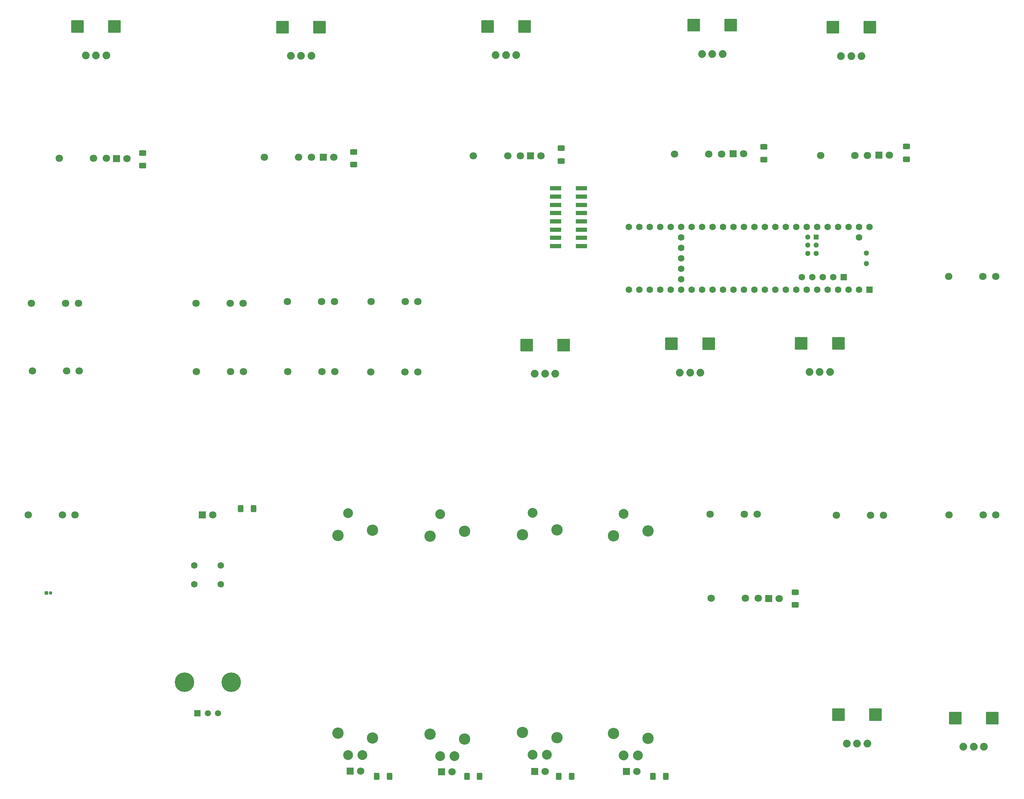
<source format=gbr>
%TF.GenerationSoftware,KiCad,Pcbnew,7.0.2-0*%
%TF.CreationDate,2023-11-13T20:51:25-05:00*%
%TF.ProjectId,Bridge System On Ramp,42726964-6765-4205-9379-7374656d204f,rev?*%
%TF.SameCoordinates,Original*%
%TF.FileFunction,Soldermask,Bot*%
%TF.FilePolarity,Negative*%
%FSLAX46Y46*%
G04 Gerber Fmt 4.6, Leading zero omitted, Abs format (unit mm)*
G04 Created by KiCad (PCBNEW 7.0.2-0) date 2023-11-13 20:51:25*
%MOMM*%
%LPD*%
G01*
G04 APERTURE LIST*
G04 Aperture macros list*
%AMRoundRect*
0 Rectangle with rounded corners*
0 $1 Rounding radius*
0 $2 $3 $4 $5 $6 $7 $8 $9 X,Y pos of 4 corners*
0 Add a 4 corners polygon primitive as box body*
4,1,4,$2,$3,$4,$5,$6,$7,$8,$9,$2,$3,0*
0 Add four circle primitives for the rounded corners*
1,1,$1+$1,$2,$3*
1,1,$1+$1,$4,$5*
1,1,$1+$1,$6,$7*
1,1,$1+$1,$8,$9*
0 Add four rect primitives between the rounded corners*
20,1,$1+$1,$2,$3,$4,$5,0*
20,1,$1+$1,$4,$5,$6,$7,0*
20,1,$1+$1,$6,$7,$8,$9,0*
20,1,$1+$1,$8,$9,$2,$3,0*%
G04 Aperture macros list end*
%ADD10C,1.879600*%
%ADD11RoundRect,0.101600X-1.400000X1.400000X-1.400000X-1.400000X1.400000X-1.400000X1.400000X1.400000X0*%
%ADD12R,1.800000X1.800000*%
%ADD13C,1.800000*%
%ADD14C,2.387600*%
%ADD15C,2.743200*%
%ADD16R,1.500000X1.500000*%
%ADD17C,1.500000*%
%ADD18C,4.740000*%
%ADD19R,0.850000X0.850000*%
%ADD20O,0.850000X0.850000*%
%ADD21C,1.600000*%
%ADD22RoundRect,0.250000X0.625000X-0.400000X0.625000X0.400000X-0.625000X0.400000X-0.625000X-0.400000X0*%
%ADD23RoundRect,0.250000X-0.400000X-0.625000X0.400000X-0.625000X0.400000X0.625000X-0.400000X0.625000X0*%
%ADD24RoundRect,0.250000X-0.625000X0.400000X-0.625000X-0.400000X0.625000X-0.400000X0.625000X0.400000X0*%
%ADD25R,1.600000X1.600000*%
%ADD26R,1.300000X1.300000*%
%ADD27C,1.300000*%
%ADD28R,2.750000X1.000000*%
G04 APERTURE END LIST*
D10*
%TO.C,LFOAmount1*%
X182224100Y-56760600D03*
X184724100Y-56760600D03*
X187224100Y-56760600D03*
D11*
X189224100Y-49760600D03*
X180224100Y-49760600D03*
%TD*%
D12*
%TO.C,LED_AttackIN1*%
X163701300Y-3687000D03*
D13*
X166241300Y-3687000D03*
%TD*%
D12*
%TO.C,LED_ShaperIN1*%
X64249200Y-4575200D03*
D13*
X66789200Y-4575200D03*
%TD*%
D12*
%TO.C,LED_SeqIN1*%
X172318700Y-111733400D03*
D13*
X174858700Y-111733400D03*
%TD*%
%TO.C,Mult_B_3*%
X87119700Y-56734500D03*
X84019700Y-56734500D03*
X75719700Y-56734500D03*
%TD*%
D10*
%TO.C,Shaper1*%
X56292300Y20054400D03*
X58792300Y20054400D03*
X61292300Y20054400D03*
D11*
X63292300Y27054400D03*
X54292300Y27054400D03*
%TD*%
D14*
%TO.C,TM4*%
X114969300Y-149644600D03*
X114969300Y-90904600D03*
D15*
X112519300Y-144294600D03*
X112519300Y-96254600D03*
X120919300Y-145494600D03*
X120919300Y-95054600D03*
D14*
X118469300Y-149644600D03*
%TD*%
D12*
%TO.C,Seq4LED1*%
X137758400Y-153737900D03*
D13*
X140298400Y-153737900D03*
%TD*%
%TO.C,Mult_A_1*%
X44716700Y-40017900D03*
X41616700Y-40017900D03*
X33316700Y-40017900D03*
%TD*%
D10*
%TO.C,Filter1*%
X106065800Y20213400D03*
X108565800Y20213400D03*
X111065800Y20213400D03*
D11*
X113065800Y27213400D03*
X104065800Y27213400D03*
%TD*%
D13*
%TO.C,Attack IN1*%
X160857500Y-3828200D03*
X157757500Y-3828200D03*
X149457500Y-3828200D03*
%TD*%
D14*
%TO.C,TM5*%
X137070000Y-149877100D03*
X137070000Y-91137100D03*
D15*
X134620000Y-144527100D03*
X134620000Y-96487100D03*
X143020000Y-145727100D03*
X143020000Y-95287100D03*
D14*
X140570000Y-149877100D03*
%TD*%
D13*
%TO.C,Mult_A_2*%
X66896700Y-39610200D03*
X63796700Y-39610200D03*
X55496700Y-39610200D03*
%TD*%
D14*
%TO.C,TM3*%
X92552500Y-150007700D03*
X92552500Y-91267700D03*
D15*
X90102500Y-144657700D03*
X90102500Y-96617700D03*
X98502500Y-145857700D03*
X98502500Y-95417700D03*
D14*
X96052500Y-150007700D03*
%TD*%
D12*
%TO.C,Seq2LED1*%
X92885000Y-153813900D03*
D13*
X95425000Y-153813900D03*
%TD*%
%TO.C,Output2*%
X227460000Y-91440000D03*
X224360000Y-91440000D03*
X216060000Y-91440000D03*
%TD*%
D10*
%TO.C,out1*%
X191271200Y-146983300D03*
X193771200Y-146983300D03*
X196271200Y-146983300D03*
D11*
X198271200Y-139983300D03*
X189271200Y-139983300D03*
%TD*%
D13*
%TO.C,Mult_A_3*%
X87189400Y-39632100D03*
X84089400Y-39632100D03*
X75789400Y-39632100D03*
%TD*%
%TO.C,seqIN1*%
X169775300Y-111677200D03*
X166675300Y-111677200D03*
X158375300Y-111677200D03*
%TD*%
%TO.C,LFO Out1*%
X227443200Y-33498800D03*
X224343200Y-33498800D03*
X216043200Y-33498800D03*
%TD*%
D12*
%TO.C,LED_DecayIN1*%
X199114300Y-4066700D03*
D13*
X201654300Y-4066700D03*
%TD*%
D10*
%TO.C,EnvDecay1*%
X189883400Y20021800D03*
X192383400Y20021800D03*
X194883400Y20021800D03*
D11*
X196883400Y27021800D03*
X187883400Y27021800D03*
%TD*%
D12*
%TO.C,Seq1LED1*%
X70717000Y-153647800D03*
D13*
X73257000Y-153647800D03*
%TD*%
%TO.C,Output1*%
X200143400Y-91504000D03*
X197043400Y-91504000D03*
X188743400Y-91504000D03*
%TD*%
D12*
%TO.C,Seq3LED1*%
X115495500Y-153737900D03*
D13*
X118035500Y-153737900D03*
%TD*%
%TO.C,Trig OUT1*%
X3940000Y-91440000D03*
X840000Y-91440000D03*
X-7460000Y-91440000D03*
%TD*%
%TO.C,LineIn_L1*%
X4751800Y-40043400D03*
X1651800Y-40043400D03*
X-6648200Y-40043400D03*
%TD*%
D10*
%TO.C,EnvAttack1*%
X156123600Y20498900D03*
X158623600Y20498900D03*
X161123600Y20498900D03*
D11*
X163123600Y27498900D03*
X154123600Y27498900D03*
%TD*%
D16*
%TO.C,U2*%
X33680000Y-139580000D03*
D17*
X38680000Y-139580000D03*
X36180000Y-139580000D03*
D18*
X30480000Y-132080000D03*
X41880000Y-132080000D03*
%TD*%
D10*
%TO.C,out2*%
X219583200Y-147766600D03*
X222083200Y-147766600D03*
X224583200Y-147766600D03*
D11*
X226583200Y-140766600D03*
X217583200Y-140766600D03*
%TD*%
D13*
%TO.C,LineIn_R1*%
X4962300Y-56496300D03*
X1862300Y-56496300D03*
X-6437700Y-56496300D03*
%TD*%
D10*
%TO.C,OscWaveform1*%
X6518800Y20150600D03*
X9018800Y20150600D03*
X11518800Y20150600D03*
D11*
X13518800Y27150600D03*
X4518800Y27150600D03*
%TD*%
D13*
%TO.C,Mult_B_2*%
X66978300Y-56652900D03*
X63878300Y-56652900D03*
X55578300Y-56652900D03*
%TD*%
%TO.C,Seq OUT1*%
X169518400Y-91242700D03*
X166418400Y-91242700D03*
X158118400Y-91242700D03*
%TD*%
%TO.C,Waveform IN1*%
X11552900Y-4851400D03*
X8452900Y-4851400D03*
X152900Y-4851400D03*
%TD*%
%TO.C,Shaper IN1*%
X61326400Y-4543000D03*
X58226400Y-4543000D03*
X49926400Y-4543000D03*
%TD*%
D12*
%TO.C,LED_FilterIN1*%
X114515200Y-4199900D03*
D13*
X117055200Y-4199900D03*
%TD*%
%TO.C,Mult_B_1*%
X44798200Y-56616300D03*
X41698200Y-56616300D03*
X33398200Y-56616300D03*
%TD*%
D12*
%TO.C,LED_WaveformIN1*%
X14042000Y-4891400D03*
D13*
X16582000Y-4891400D03*
%TD*%
D14*
%TO.C,TM2*%
X70221500Y-149784400D03*
X70221500Y-91044400D03*
D15*
X67771500Y-144434400D03*
X67771500Y-96394400D03*
X76171500Y-145634400D03*
X76171500Y-95194400D03*
D14*
X73721500Y-149784400D03*
%TD*%
D13*
%TO.C,Filter IN1*%
X112054000Y-4215300D03*
X108954000Y-4215300D03*
X100654000Y-4215300D03*
%TD*%
%TO.C,Decay IN1*%
X196315000Y-4110700D03*
X193215000Y-4110700D03*
X184915000Y-4110700D03*
%TD*%
D12*
%TO.C,ClockLED1*%
X34846000Y-91403300D03*
D13*
X37386000Y-91403300D03*
%TD*%
D19*
%TO.C,Trigger1*%
X-2993300Y-110429500D03*
D20*
X-1993300Y-110429500D03*
%TD*%
D10*
%TO.C,LFOWave1*%
X115546900Y-57182000D03*
X118046900Y-57182000D03*
X120546900Y-57182000D03*
D11*
X122546900Y-50182000D03*
X113546900Y-50182000D03*
%TD*%
D21*
%TO.C,ClockPlay1*%
X39338700Y-108241700D03*
X32838700Y-108241700D03*
X39338700Y-103741700D03*
X32838700Y-103741700D03*
%TD*%
D10*
%TO.C,LFORate1*%
X150737900Y-56863900D03*
X153237900Y-56863900D03*
X155737900Y-56863900D03*
D11*
X157737900Y-49863900D03*
X148737900Y-49863900D03*
%TD*%
D22*
%TO.C,R9*%
X171111000Y-5155300D03*
X171111000Y-2055300D03*
%TD*%
D23*
%TO.C,R4*%
X121360000Y-154940000D03*
X124460000Y-154940000D03*
%TD*%
D22*
%TO.C,R1*%
X205740000Y-5080000D03*
X205740000Y-1980000D03*
%TD*%
%TO.C,R8*%
X121920000Y-5500000D03*
X121920000Y-2400000D03*
%TD*%
D23*
%TO.C,R3*%
X99060000Y-154940000D03*
X102160000Y-154940000D03*
%TD*%
%TO.C,R2*%
X77190000Y-154940000D03*
X80290000Y-154940000D03*
%TD*%
D22*
%TO.C,R7*%
X71563400Y-6363700D03*
X71563400Y-3263700D03*
%TD*%
D23*
%TO.C,R6*%
X44170000Y-89890000D03*
X47270000Y-89890000D03*
%TD*%
D24*
%TO.C,R11*%
X178790000Y-110210000D03*
X178790000Y-113310000D03*
%TD*%
D25*
%TO.C,U1*%
X196799200Y-36741600D03*
D21*
X194259200Y-36741600D03*
X191719200Y-36741600D03*
X189179200Y-36741600D03*
X186639200Y-36741600D03*
X184099200Y-36741600D03*
X181559200Y-36741600D03*
X179019200Y-36741600D03*
X176479200Y-36741600D03*
X173939200Y-36741600D03*
X171399200Y-36741600D03*
X168859200Y-36741600D03*
X166319200Y-36741600D03*
X163779200Y-36741600D03*
X161239200Y-36741600D03*
X158699200Y-36741600D03*
X156159200Y-36741600D03*
X153619200Y-36741600D03*
X151079200Y-36741600D03*
X148539200Y-36741600D03*
X145999200Y-36741600D03*
X143459200Y-36741600D03*
X140919200Y-36741600D03*
X138379200Y-36741600D03*
X138379200Y-21501600D03*
X140919200Y-21501600D03*
X143459200Y-21501600D03*
X145999200Y-21501600D03*
X148539200Y-21501600D03*
X151079200Y-21501600D03*
X153619200Y-21501600D03*
X156159200Y-21501600D03*
X158699200Y-21501600D03*
X161239200Y-21501600D03*
X163779200Y-21501600D03*
X166319200Y-21501600D03*
X168859200Y-21501600D03*
X171399200Y-21501600D03*
X173939200Y-21501600D03*
X176479200Y-21501600D03*
X179019200Y-21501600D03*
X181559200Y-21501600D03*
X184099200Y-21501600D03*
X186639200Y-21501600D03*
X189179200Y-21501600D03*
X191719200Y-21501600D03*
X194259200Y-21501600D03*
X196799200Y-21501600D03*
X194259200Y-24041600D03*
X151079200Y-34201600D03*
X151079200Y-31661600D03*
X151079200Y-29121600D03*
X151079200Y-26581600D03*
X151079200Y-24041600D03*
D25*
X190500000Y-33690800D03*
D21*
X187960000Y-33690800D03*
X185420000Y-33690800D03*
X182880000Y-33690800D03*
X180340000Y-33690800D03*
D26*
X183829200Y-23940000D03*
D27*
X183829200Y-25940000D03*
X183829200Y-27940000D03*
X181829200Y-27940000D03*
X181829200Y-25940000D03*
X181829200Y-23940000D03*
X196069200Y-27851600D03*
X196069200Y-30391600D03*
%TD*%
D22*
%TO.C,R10*%
X20320000Y-6630000D03*
X20320000Y-3530000D03*
%TD*%
D23*
%TO.C,R5*%
X144220000Y-154940000D03*
X147320000Y-154940000D03*
%TD*%
D28*
%TO.C,J2*%
X120626500Y-12136700D03*
X126876500Y-12136700D03*
X120626500Y-14136700D03*
X126876500Y-14136700D03*
X120626500Y-16136700D03*
X126876500Y-16136700D03*
X120626500Y-18136700D03*
X126876500Y-18136700D03*
X120626500Y-20136700D03*
X126876500Y-20136700D03*
X120626500Y-22136700D03*
X126876500Y-22136700D03*
X120626500Y-24136700D03*
X126876500Y-24136700D03*
X120626500Y-26136700D03*
X126876500Y-26136700D03*
%TD*%
M02*

</source>
